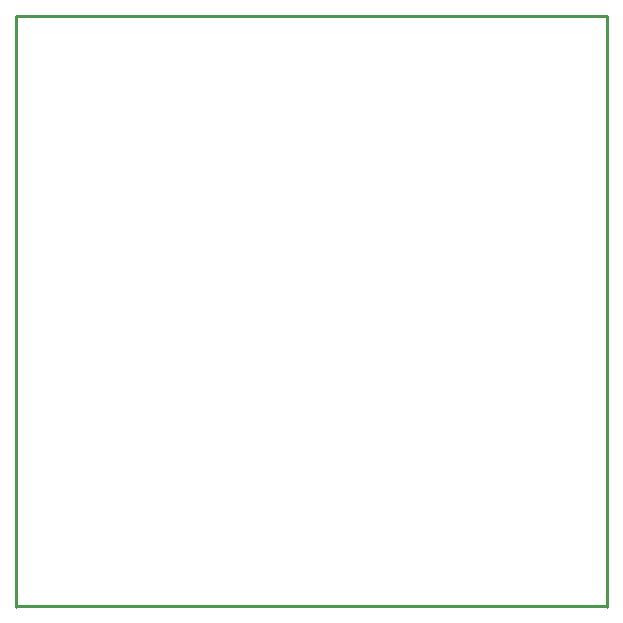
<source format=gko>
G04*
G04 #@! TF.GenerationSoftware,Altium Limited,Altium Designer,18.1.9 (240)*
G04*
G04 Layer_Color=16711935*
%FSLAX25Y25*%
%MOIN*%
G70*
G01*
G75*
%ADD13C,0.01000*%
D13*
X0Y0D02*
X196850D01*
X0Y-94D02*
X0Y-94D01*
X0Y0D02*
Y196850D01*
X196756Y-94D02*
X196850Y0D01*
Y196850D01*
X0D02*
X196850D01*
M02*

</source>
